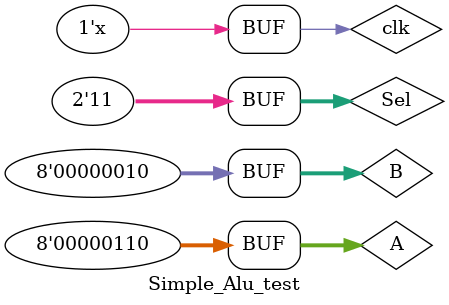
<source format=v>
module Simple_Alu_test;
reg [7:0]A, B;
reg [1:0]Sel;
reg clk;
wire [15:0]Z;

Simple_Alu Alu1(.A(A),.B(B),.Sel(Sel),.clk(clk),.Z(Z));

initial
begin
        A = 0;
        B = 0;
        Sel = 2'b00;
        clk = 0;


        #10 A = 5;
        B = 3;
        Sel = 2'b00;

        #10 A = 6;
        B = 1;
        Sel = 2'b01;

        #10 A = 2;
        B = 3;
        Sel = 2'b10;

        #10 A = 6;
        B = 2;
        Sel = 2'b11;

end


always #6 clk = ~clk;
endmodule


</source>
